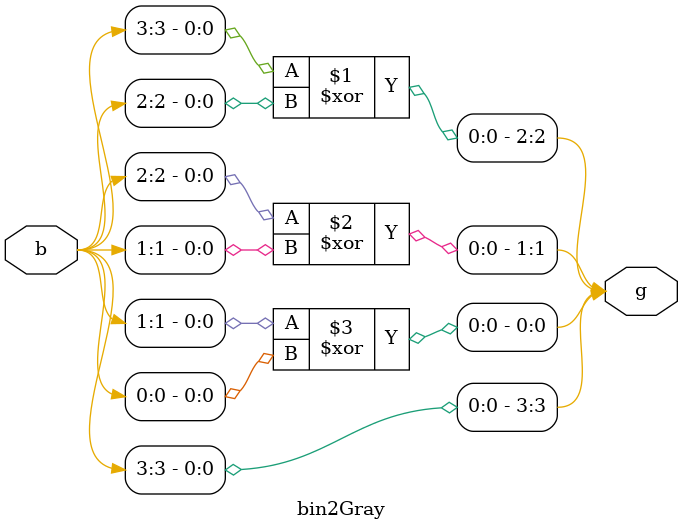
<source format=v>

module bin2Gray(input [3:0]b, output [3:0]g);
    assign g[3] = b[3];
    assign g[2] = b[3]^b[2];
    assign g[1] = b[2]^b[1];
    assign g[0] = b[1]^b[0];

endmodule 
</source>
